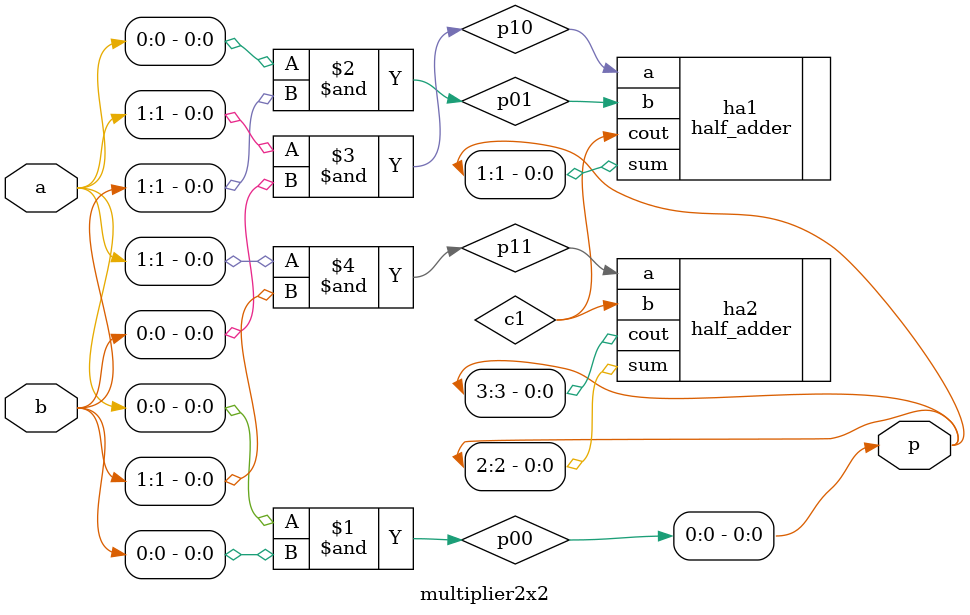
<source format=sv>
module multiplier2x2 (
    input  logic [1:0] a, b,
    output logic [3:0] p
);
    logic p00, p01, p10, p11;
    logic c1;

    // 1. Generate Partial Products (AND gates)
    // p_AB means bit A of `a` AND bit B of `b`
    and (p00, a[0], b[0]);
    and (p01, a[0], b[1]);
    and (p10, a[1], b[0]);
    and (p11, a[1], b[1]);

    // 2. Summation Stage
    
    // P[0] is just a[0] & b[0]
    assign p[0] = p00;

    // P[1] is sum of (a[1]&b[0]) + (a[0]&b[1])
    // The "carry" from this goes to P[2] logic
    half_adder ha1 (.a(p10), .b(p01), .sum(p[1]), .cout(c1));

    // P[2] is sum of (a[1]&b[1]) + carry_from_bit_1
    // The "carry" from this is P[3]
    half_adder ha2 (.a(p11), .b(c1),  .sum(p[2]), .cout(p[3]));

endmodule

</source>
